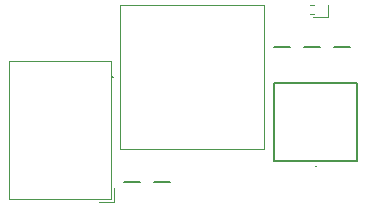
<source format=gto>
%TF.GenerationSoftware,KiCad,Pcbnew,(5.1.8)-1*%
%TF.CreationDate,2021-03-06T21:20:45+09:00*%
%TF.ProjectId,power module,706f7765-7220-46d6-9f64-756c652e6b69,rev?*%
%TF.SameCoordinates,PX525bfc0PY59a0560*%
%TF.FileFunction,Legend,Top*%
%TF.FilePolarity,Positive*%
%FSLAX46Y46*%
G04 Gerber Fmt 4.6, Leading zero omitted, Abs format (unit mm)*
G04 Created by KiCad (PCBNEW (5.1.8)-1) date 2021-03-06 21:20:45*
%MOMM*%
%LPD*%
G01*
G04 APERTURE LIST*
%ADD10C,0.120000*%
%ADD11C,0.100000*%
%ADD12C,0.200000*%
%ADD13R,1.700000X1.700000*%
%ADD14O,1.700000X1.700000*%
%ADD15R,1.470000X0.970000*%
%ADD16R,0.800000X0.800000*%
%ADD17R,1.145000X1.145000*%
%ADD18R,4.190000X1.905000*%
%ADD19R,1.905000X4.190000*%
%ADD20R,1.800000X1.050000*%
%ADD21C,1.120000*%
%ADD22R,2.300000X1.500000*%
%ADD23O,2.300000X1.500000*%
G04 APERTURE END LIST*
D10*
X27432000Y16510000D02*
X27432000Y17526000D01*
X26162000Y16510000D02*
X27432000Y16510000D01*
D11*
%TO.C,LED1*%
X25835000Y17545000D02*
X26235000Y17545000D01*
X25835000Y16745000D02*
X26235000Y16745000D01*
D12*
%TO.C,PS1*%
X9075000Y11430000D02*
X9075000Y11430000D01*
X9175000Y11430000D02*
X9175000Y11430000D01*
X9075000Y11430000D02*
X9075000Y11430000D01*
D11*
X9780000Y5335000D02*
X9780000Y17525000D01*
X21970000Y5335000D02*
X9780000Y5335000D01*
X21970000Y17525000D02*
X21970000Y5335000D01*
X9780000Y17525000D02*
X21970000Y17525000D01*
D12*
X9175000Y11430000D02*
G75*
G02*
X9075000Y11430000I-50000J0D01*
G01*
X9075000Y11430000D02*
G75*
G02*
X9175000Y11430000I50000J0D01*
G01*
X9175000Y11430000D02*
G75*
G02*
X9075000Y11430000I-50000J0D01*
G01*
%TO.C,R1*%
X11495000Y2540000D02*
X10095000Y2540000D01*
%TO.C,R2*%
X29275000Y13970000D02*
X27875000Y13970000D01*
%TO.C,R3*%
X26370000Y3898000D02*
G75*
G03*
X26370000Y3898000I-57000J0D01*
G01*
X22855000Y10920000D02*
X22855000Y4320000D01*
X29845000Y10920000D02*
X22855000Y10920000D01*
X29845000Y4320000D02*
X29845000Y10920000D01*
X22855000Y4320000D02*
X29845000Y4320000D01*
%TO.C,R4*%
X25335000Y13970000D02*
X26735000Y13970000D01*
%TO.C,R5*%
X12635000Y2540000D02*
X14035000Y2540000D01*
%TO.C,R6*%
X24195000Y13970000D02*
X22795000Y13970000D01*
D10*
%TO.C,U1*%
X9285000Y834000D02*
X9285000Y2074000D01*
X8045000Y834000D02*
X9285000Y834000D01*
X425000Y12795000D02*
X9045000Y12795000D01*
X425000Y1074000D02*
X9045000Y1074000D01*
X9045000Y1074000D02*
X9045000Y12795000D01*
X425000Y1074000D02*
X425000Y12795000D01*
%TD*%
%LPC*%
D13*
%TO.C,J2*%
X27940000Y2540000D03*
D14*
X25400000Y2540000D03*
X22860000Y2540000D03*
X20320000Y2540000D03*
%TD*%
D13*
%TO.C,J1*%
X2540000Y15240000D03*
D14*
X5080000Y15240000D03*
%TD*%
D15*
%TO.C,C1*%
X7620000Y16070000D03*
X7620000Y14410000D03*
%TD*%
%TO.C,C2*%
X17145000Y3370000D03*
X17145000Y1710000D03*
%TD*%
D16*
%TO.C,LED1*%
X25285000Y17145000D03*
X26785000Y17145000D03*
%TD*%
D17*
%TO.C,PS1*%
X11305000Y11430000D03*
D18*
X12445000Y16000000D03*
X17015000Y16000000D03*
D19*
X20445000Y14860000D03*
D17*
X20445000Y11430000D03*
X20445000Y6860000D03*
X15875000Y6860000D03*
X13585000Y6860000D03*
X11305000Y6860000D03*
X11305000Y9140000D03*
X20445000Y9140000D03*
X18165000Y6860000D03*
%TD*%
D20*
%TO.C,R1*%
X10795000Y4090000D03*
X10795000Y990000D03*
%TD*%
%TO.C,R2*%
X28575000Y15520000D03*
X28575000Y12420000D03*
%TD*%
D21*
%TO.C,R3*%
X26315000Y5080000D03*
X23775000Y7620000D03*
X26315000Y10160000D03*
%TD*%
D20*
%TO.C,R4*%
X26035000Y12420000D03*
X26035000Y15520000D03*
%TD*%
%TO.C,R5*%
X13335000Y4090000D03*
X13335000Y990000D03*
%TD*%
%TO.C,R6*%
X23495000Y12420000D03*
X23495000Y15520000D03*
%TD*%
D22*
%TO.C,U1*%
X6985000Y4445000D03*
D23*
X6985000Y6985000D03*
X6985000Y9525000D03*
%TD*%
M02*

</source>
